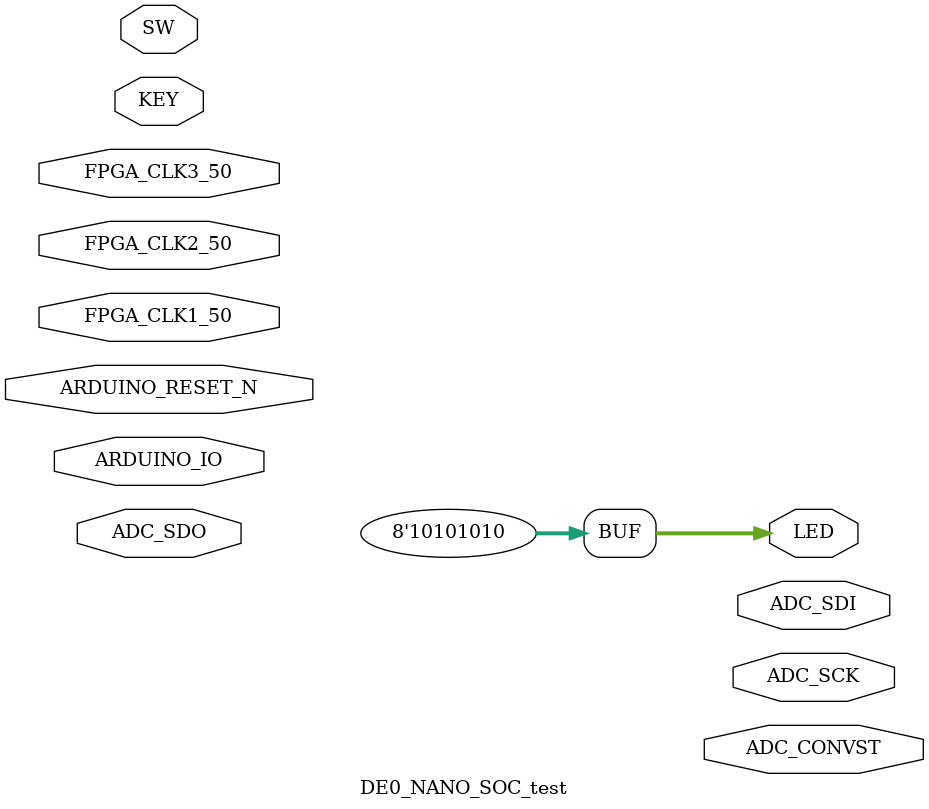
<source format=v>


module DE0_NANO_SOC_test(

	//////////// ADC //////////
	output		          		ADC_CONVST,
	output		          		ADC_SCK,
	output		          		ADC_SDI,
	input 		          		ADC_SDO,

	//////////// ARDUINO //////////
	inout 		    [15:0]		ARDUINO_IO,
	inout 		          		ARDUINO_RESET_N,

	//////////// CLOCK //////////
	input 		          		FPGA_CLK1_50,
	input 		          		FPGA_CLK2_50,
	input 		          		FPGA_CLK3_50,

	//////////// KEY //////////
	input 		     [1:0]		KEY,

	//////////// LED //////////
	output		     [7:0]		LED,

	//////////// SW //////////
	input 		     [3:0]		SW
);



//=======================================================
//  REG/WIRE declarations
//=======================================================




//=======================================================
//  Structural coding
//=======================================================

assign LED[7:0]= 8'b10101010;

endmodule

</source>
